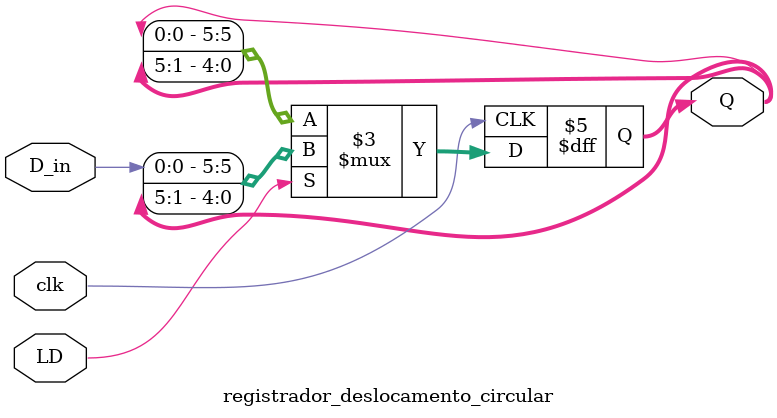
<source format=v>
module registrador_circular (
    input wire clk,             
    input wire LD,              
    input wire D_in,           
    output reg [5:0] Q          
);

always @(posedge clk) begin
    if (LD)
        Q <= {D_in, Q[5:1]};   
    else
        Q <= {Q[0], Q[5:1]};    
end

endmodule


module registrador_deslocamento_circular (
    input wire clk,               // Sinal de clock
    input wire LD,                // Sinal de carga
    input wire D_in,              // Dado de entrada para carga unitária no primeiro estágio
    output reg [5:0] Q            // Saída do registrador (6 bits)
);

always @(posedge clk) begin
    if (LD)
        Q <= {D_in, Q[5:1]};      // Carrega D_in no primeiro bit, com deslocamento circular
    else
        Q <= {Q[0], Q[5:1]};      // Deslocamento circular para a direita
end

endmodule

</source>
